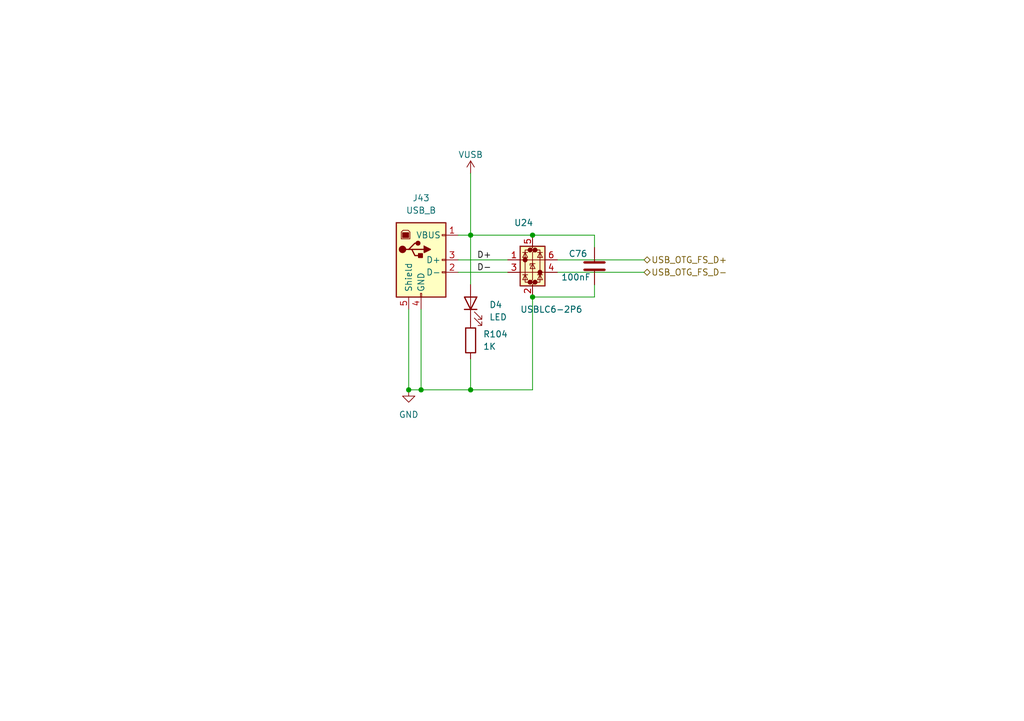
<source format=kicad_sch>
(kicad_sch (version 20250114) (generator "eeschema") (generator_version "9.0")
  (paper "A5")
  (lib_symbols
    (symbol "Connector:USB_B" (pin_names (offset 1.016))
      (property "Reference" "J" (at -5.08 11.43 0))
      (property "Value" "USB_B" (at -5.08 8.89 0))
      (symbol "USB_B_0_1"
        (rectangle (start -5.08 -7.62) (end 5.08 7.62) (stroke (width 0.254)) (fill (type background)))
        (polyline (pts (xy -4.064 4.318) (xy -2.286 4.318) (xy -2.286 5.715) (xy -2.667 6.096) (xy -3.683 6.096) (xy -4.064 5.715) (xy -4.064 4.318)))
        (rectangle (start -3.81 5.588) (end -2.54 4.572) (fill (type outline)))
        (circle (center -3.81 2.159) (radius 0.635) (stroke (width 0.254)) (fill (type outline)))
        (polyline (pts (xy -3.175 2.159) (xy -2.54 2.159) (xy -1.27 3.429) (xy -0.635 3.429)) (stroke (width 0.254)))
        (polyline (pts (xy -2.54 2.159) (xy -1.905 2.159) (xy -1.27 0.889) (xy 0 0.889)) (stroke (width 0.254)))
        (polyline (pts (xy -1.905 2.159) (xy 0.635 2.159)) (stroke (width 0.254)))
        (circle (center -0.635 3.429) (radius 0.381) (stroke (width 0.254)) (fill (type outline)))
        (rectangle (start -0.127 -7.62) (end 0.127 -6.858))
        (rectangle (start 0.254 1.27) (end -0.508 0.508) (stroke (width 0.254)) (fill (type outline)))
        (polyline (pts (xy 0.635 2.794) (xy 0.635 1.524) (xy 1.905 2.159) (xy 0.635 2.794)) (stroke (width 0.254)) (fill (type outline)))
        (rectangle (start 5.08 4.953) (end 4.318 5.207))
        (rectangle (start 5.08 -0.127) (end 4.318 0.127))
        (rectangle (start 5.08 -2.667) (end 4.318 -2.413))
      )
      (symbol "USB_B_1_1"
        (pin passive line (at -2.54 -10.16 90) (length 2.54) (name "Shield") (number "5"))
        (pin power_out line (at 0 -10.16 90) (length 2.54) (name "GND") (number "4"))
        (pin power_out line (at 7.62 5.08 180) (length 2.54) (name "VBUS") (number "1"))
        (pin bidirectional line (at 7.62 0 180) (length 2.54) (name "D+") (number "3"))
        (pin bidirectional line (at 7.62 -2.54 180) (length 2.54) (name "D-") (number "2"))
      )
    )
    (symbol "Device:C" (pin_numbers (hide yes)) (pin_names (offset 0.254))
      (property "Reference" "C" (at 0.635 2.54 0))
      (property "Value" "C" (at 0.635 -2.54 0))
      (symbol "C_0_1"
        (polyline (pts (xy -2.032 0.762) (xy 2.032 0.762)) (stroke (width 0.508)))
        (polyline (pts (xy -2.032 -0.762) (xy 2.032 -0.762)) (stroke (width 0.508)))
      )
      (symbol "C_1_1"
        (pin passive line (at 0 3.81 270) (length 2.794) (name "~") (number "1"))
        (pin passive line (at 0 -3.81 90) (length 2.794) (name "~") (number "2"))
      )
    )
    (symbol "Device:LED" (pin_numbers (hide yes)) (pin_names (offset 1.016) (hide yes))
      (property "Reference" "D" (at 0 2.54 0))
      (property "Value" "LED" (at 0 -2.54 0))
      (symbol "LED_0_1"
        (polyline (pts (xy -3.048 -0.762) (xy -4.572 -2.286) (xy -3.81 -2.286) (xy -4.572 -2.286) (xy -4.572 -1.524)))
        (polyline (pts (xy -1.778 -0.762) (xy -3.302 -2.286) (xy -2.54 -2.286) (xy -3.302 -2.286) (xy -3.302 -1.524)))
        (polyline (pts (xy -1.27 0) (xy 1.27 0)))
        (polyline (pts (xy -1.27 -1.27) (xy -1.27 1.27)) (stroke (width 0.254)))
        (polyline (pts (xy 1.27 -1.27) (xy 1.27 1.27) (xy -1.27 0) (xy 1.27 -1.27)) (stroke (width 0.254)))
      )
      (symbol "LED_1_1"
        (pin passive line (at -3.81 0 0) (length 2.54) (name "K") (number "1"))
        (pin passive line (at 3.81 0 180) (length 2.54) (name "A") (number "2"))
      )
    )
    (symbol "Device:R" (pin_numbers (hide yes)) (pin_names (offset 0))
      (property "Reference" "R" (at 2.032 0 90))
      (property "Value" "R" (at 0 0 90))
      (symbol "R_0_1"
        (rectangle (start -1.016 -2.54) (end 1.016 2.54) (stroke (width 0.254)))
      )
      (symbol "R_1_1"
        (pin passive line (at 0 3.81 270) (length 1.27) (name "~") (number "1"))
        (pin passive line (at 0 -3.81 90) (length 1.27) (name "~") (number "2"))
      )
    )
    (symbol "Power_Protection:USBLC6-2P6" (pin_names (hide yes))
      (property "Reference" "U" (at 0.635 5.715 0))
      (property "Value" "USBLC6-2P6" (at 0.635 3.81 0))
      (symbol "USBLC6-2P6_0_0"
        (circle (center -1.524 0) (radius 0.0001) (stroke (width 0.508)))
        (circle (center -0.508 2.032) (radius 0.0001) (stroke (width 0.508)))
        (circle (center -0.508 -4.572) (radius 0.0001) (stroke (width 0.508)))
        (circle (center 0.508 2.032) (radius 0.0001) (stroke (width 0.508)))
        (circle (center 0.508 -4.572) (radius 0.0001) (stroke (width 0.508)))
        (circle (center 1.524 -2.54) (radius 0.0001) (stroke (width 0.508)))
      )
      (symbol "USBLC6-2P6_0_1"
        (polyline (pts (xy -2.54 0) (xy 2.54 0)))
        (polyline (pts (xy -2.54 -2.54) (xy 2.54 -2.54)))
        (polyline (pts (xy -2.032 0.508) (xy -1.016 0.508) (xy -1.524 1.524) (xy -2.032 0.508)))
        (polyline (pts (xy -2.032 -3.048) (xy -1.016 -3.048)))
        (polyline (pts (xy -1.016 1.524) (xy -2.032 1.524)))
        (polyline (pts (xy -1.016 -4.064) (xy -2.032 -4.064) (xy -1.524 -3.048) (xy -1.016 -4.064)))
        (polyline (pts (xy -0.508 -1.143) (xy -0.508 -0.762) (xy 0.508 -0.762)))
        (polyline (pts (xy 0 2.54) (xy -0.508 2.032) (xy 0.508 2.032) (xy 0 1.524) (xy 0 -4.064) (xy -0.508 -4.572) (xy 0.508 -4.572) (xy 0 -5.08)))
        (polyline (pts (xy 0.508 -1.778) (xy -0.508 -1.778) (xy 0 -0.762) (xy 0.508 -1.778)))
        (polyline (pts (xy 1.016 1.524) (xy 2.032 1.524)))
        (polyline (pts (xy 1.016 -3.048) (xy 2.032 -3.048)))
        (polyline (pts (xy 2.032 0.508) (xy 1.016 0.508) (xy 1.524 1.524) (xy 2.032 0.508)))
        (polyline (pts (xy 2.032 -4.064) (xy 1.016 -4.064) (xy 1.524 -3.048) (xy 2.032 -4.064)))
      )
      (symbol "USBLC6-2P6_1_1"
        (rectangle (start -2.54 2.794) (end 2.54 -5.334) (stroke (width 0.254)) (fill (type background)))
        (polyline (pts (xy -0.508 2.032) (xy -1.524 2.032) (xy -1.524 -4.572) (xy -0.508 -4.572)))
        (polyline (pts (xy 0.508 -4.572) (xy 1.524 -4.572) (xy 1.524 2.032) (xy 0.508 2.032)))
        (pin passive line (at -5.08 0 0) (length 2.54) (name "I/O1") (number "1"))
        (pin passive line (at -5.08 -2.54 0) (length 2.54) (name "I/O2") (number "3"))
        (pin passive line (at 0 5.08 270) (length 2.54) (name "VBUS") (number "5"))
        (pin passive line (at 0 -7.62 90) (length 2.54) (name "GND") (number "2"))
        (pin passive line (at 5.08 0 180) (length 2.54) (name "I/O1") (number "6"))
        (pin passive line (at 5.08 -2.54 180) (length 2.54) (name "I/O2") (number "4"))
      )
    )
    (symbol "power:GND" (power) (pin_numbers (hide yes)) (pin_names (offset 0) (hide yes))
      (property "Value" "GND" (at 0 -3.81 0))
      (symbol "GND_0_1"
        (polyline (pts (xy 0 0) (xy 0 -1.27) (xy 1.27 -1.27) (xy 0 -2.54) (xy -1.27 -1.27) (xy 0 -1.27)))
      )
      (symbol "GND_1_1"
        (pin power_in line (at 0 0 270) (length 0) (name "~") (number "1"))
      )
    )
    (symbol "power:VBUS" (power) (pin_numbers (hide yes)) (pin_names (offset 0) (hide yes))
      (property "Value" "VBUS" (at 0 3.556 0))
      (symbol "VBUS_0_1"
        (polyline (pts (xy -0.762 1.27) (xy 0 2.54)))
        (polyline (pts (xy 0 2.54) (xy 0.762 1.27)))
        (polyline (pts (xy 0 0) (xy 0 2.54)))
      )
      (symbol "VBUS_1_1"
        (pin power_in line (at 0 0 90) (length 0) (name "~") (number "1"))
      )
    )
  )
  (junction (at 109.22 48.26))
  (junction (at 109.22 60.96))
  (junction (at 96.52 48.26))
  (junction (at 96.52 80.01))
  (junction (at 86.36 80.01))
  (junction (at 83.82 80.01))
  (wire (pts (xy 109.22 80.01) (xy 109.22 60.96)))
  (wire (pts (xy 86.36 80.01) (xy 83.82 80.01)))
  (wire (pts (xy 96.52 35.56) (xy 96.52 48.26)))
  (wire (pts (xy 96.52 48.26) (xy 96.52 58.42)))
  (wire (pts (xy 114.3 55.88) (xy 132.08 55.88)))
  (wire (pts (xy 96.52 73.66) (xy 96.52 80.01)))
  (wire (pts (xy 121.92 48.26) (xy 109.22 48.26)))
  (wire (pts (xy 121.92 60.96) (xy 109.22 60.96)))
  (wire (pts (xy 121.92 50.8) (xy 121.92 48.26)))
  (wire (pts (xy 86.36 63.5) (xy 86.36 80.01)))
  (wire (pts (xy 96.52 80.01) (xy 86.36 80.01)))
  (wire (pts (xy 96.52 48.26) (xy 93.98 48.26)))
  (wire (pts (xy 96.52 80.01) (xy 109.22 80.01)))
  (wire (pts (xy 104.14 55.88) (xy 93.98 55.88)))
  (wire (pts (xy 96.52 48.26) (xy 109.22 48.26)))
  (wire (pts (xy 83.82 63.5) (xy 83.82 80.01)))
  (wire (pts (xy 104.14 53.34) (xy 93.98 53.34)))
  (wire (pts (xy 114.3 53.34) (xy 132.08 53.34)))
  (wire (pts (xy 121.92 58.42) (xy 121.92 60.96)))
  (label "D-" (at 97.79 55.88 0))
  (label "D+" (at 97.79 53.34 0))
  (hierarchical_label "USB_OTG_FS_D-" (shape bidirectional) (at 132.08 55.88 0))
  (hierarchical_label "USB_OTG_FS_D+" (shape bidirectional) (at 132.08 53.34 0))
  (symbol (lib_id "power:GND") (at 83.82 80.01 0) (unit 1)
    (property "Reference" "#PWR0155" (effects (hide yes)))
    (property "Value" "GND" (at 83.82 85.09 0))
    (property "Description" "Power symbol creates a global label with name \"GND\" , ground" (effects (hide yes)))
  )
  (symbol (lib_id "Device:LED") (at 96.52 62.23 90) (unit 1)
    (property "Reference" "D4" (at 100.33 62.5474 90) (effects (justify right)))
    (property "Value" "LED" (at 100.33 65.0874 90) (effects (justify right)))
    (property "Footprint" "LED_SMD:LED_0805_2012Metric" (effects (hide yes)))
    (property "Datasheet" "https://wmsc.lcsc.com/wmsc/upload/file/pdf/v2/lcsc/1806151820_Hubei-KENTO-Elec-KT-0805G_C2297.pdf" (effects (hide yes)))
    (property "Description" "Emerald 0805 Light Emitting Diodes (LED) ROHS" (effects (hide yes)))
    (property "#" "C2297" (effects (hide yes)))
    (property "Height" ".8" (effects (hide yes)))
    (property "Width" "1.25" (effects (hide yes)))
    (property "Length" "2" (effects (hide yes)))
    (property "Tape" "8x4" (effects (hide yes)))
    (property "LCSC" "C2297" (effects (hide yes)))
  )
  (symbol (lib_id "power:VBUS") (at 96.52 35.56 0) (unit 1)
    (property "Reference" "#PWR0156" (effects (hide yes)))
    (property "Value" "VUSB" (at 96.52 31.75 0))
    (property "Description" "Power symbol creates a global label with name \"VBUS\"" (effects (hide yes)))
  )
  (symbol (lib_id "Device:C") (at 121.92 54.61 0) (unit 1)
    (property "Reference" "C76" (at 116.586 52.07 0) (effects (justify left)))
    (property "Value" "100nF" (at 115.062 56.896 0) (effects (justify left)))
    (property "Footprint" "Capacitor_SMD:C_0603_1608Metric" (effects (hide yes)))
    (property "Datasheet" "https://wmsc.lcsc.com/wmsc/upload/file/pdf/v2/lcsc/2211101700_YAGEO-CC0603KRX7R9BB104_C14663.pdf" (effects (hide yes)))
    (property "Description" "50V 100nF X7R ±10% 0603 Multilayer Ceramic Capacitors MLCC - SMD/SMT ROHS" (effects (hide yes)))
    (property "Height" ".8" (effects (hide yes)))
    (property "Length" "1.6" (effects (hide yes)))
    (property "Tape" "8x4" (effects (hide yes)))
    (property "Width" ".8" (effects (hide yes)))
    (property "#" "C14663" (effects (hide yes)))
    (property "LCSC" "C14663" (effects (hide yes)))
  )
  (symbol (lib_id "Connector:USB_B") (at 86.36 53.34 0) (unit 1)
    (property "Reference" "J43" (at 86.36 40.64 0))
    (property "Value" "USB_B" (at 86.36 43.18 0))
    (property "Footprint" "openPNP:USB-B_TH_BF90" (effects (hide yes)))
    (property "Datasheet" "https://datasheet.lcsc.com/lcsc/1912111437_SHOU-HAN-BF-90-_C456014.pdf?_gl=1*wnbw8z*_gcl_aw*R0NMLjE3MTgwNzk0NjguRUFJYUlRb2JDaE1JMDU2VTN0alNoZ01WRkt0bUFoMzVPd00yRUFBWUFTQUFFZ0llSGZEX0J3RQ..*_gcl_au*NzE3MjE2NTQ3LjE3MTc4MTA3OTc.*_ga*MTA5OTM3NDU3Ny4xNzE3ODEwNDk4*_ga_98M84MKSZH*MTcxODA3ODI1MC4xOS4xLjE3MTgwODcyODIuNjAuMC4w" (effects (hide yes)))
    (property "Description" "1.5A USB 2.0 1 Right-Angle 4P Female -25℃~+85℃ Type-B Plugin USB Connectors ROHS" (effects (hide yes)))
    (property "#" "C456014" (effects (hide yes)))
    (property "LCSC" "C456014" (effects (hide yes)))
  )
  (symbol (lib_id "Power_Protection:USBLC6-2P6") (at 109.22 53.34 0) (unit 1)
    (property "Reference" "U24" (at 105.41 45.72 0) (effects (justify left)))
    (property "Value" "USBLC6-2P6" (at 106.68 63.5 0) (effects (justify left)))
    (property "Footprint" "Package_TO_SOT_SMD:SOT-666" (effects (hide yes)))
    (property "Datasheet" "https://www.st.com/resource/en/datasheet/usblc6-2.pdf" (effects (hide yes)))
    (property "Description" "5A 17V 6V Unidirectional 5.25V SOT-666-6 Electrostatic and Surge Protection (TVS/ESD) ROHS" (effects (hide yes)))
    (property "#" "C15999" (effects (hide yes)))
    (property "LCSC" "C15999" (effects (hide yes)))
  )
  (symbol (lib_id "Device:R") (at 96.52 69.85 0) (unit 1)
    (property "Reference" "R104" (at 99.06 68.5799 0) (effects (justify left)))
    (property "Value" "1K" (at 99.06 71.1199 0) (effects (justify left)))
    (property "Footprint" "Resistor_SMD:R_0603_1608Metric" (effects (hide yes)))
    (property "Datasheet" "https://wmsc.lcsc.com/wmsc/upload/file/pdf/v2/lcsc/2206010130_UNI-ROYAL-Uniroyal-Elec-0603WAF1001T5E_C21190.pdf" (effects (hide yes)))
    (property "Description" "100mW Thick Film Resistors 75V ±100ppm/℃ ±1% 1kΩ 0603 Chip Resistor - Surface Mount ROHS" (effects (hide yes)))
    (property "#" "C21190" (effects (hide yes)))
    (property "Height" ".45" (effects (hide yes)))
    (property "Width" ".8" (effects (hide yes)))
    (property "Length" "1.6" (effects (hide yes)))
    (property "Tape" "8x4" (effects (hide yes)))
    (property "LCSC" "C21190" (effects (hide yes)))
  )
)
</source>
